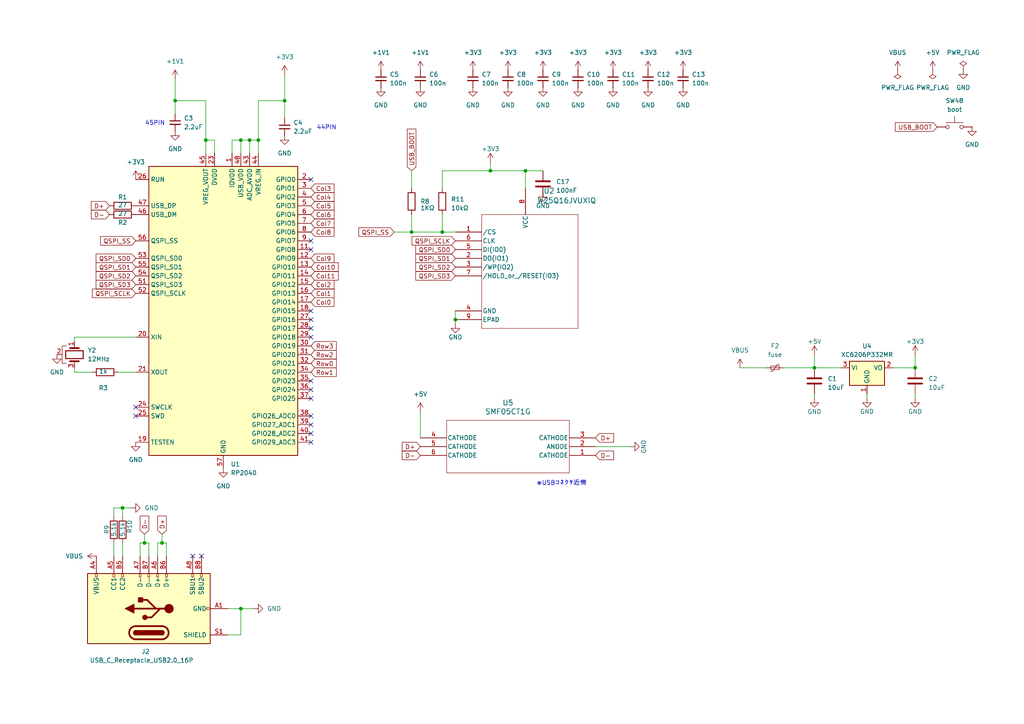
<source format=kicad_sch>
(kicad_sch (version 20250114) (generator "eeschema") (generator_version "9.0")
  (paper "A4")
  (text "45PIN" (at 44.958 35.814 0) (effects (font (size 1.27 1.27))))
  (text "※USBコネクタ近傍" (at 170.18 140.97 0) (effects (font (size 1.27 1.27)) (justify right bottom)))
  (text "44PIN" (at 94.742 37.084 0) (effects (font (size 1.27 1.27))))
  (junction (at 391.16 -5.08))
  (junction (at 332.74 -50.8))
  (junction (at 267.97 -69.85))
  (junction (at 283.21 -43.18))
  (junction (at 311.15 -69.85))
  (junction (at 375.92 -50.8))
  (junction (at 69.85 40.64))
  (junction (at 152.4 49.53))
  (junction (at 337.82 -5.08))
  (junction (at 119.38 67.31))
  (junction (at 224.79 -50.8))
  (junction (at 240.03 -5.08))
  (junction (at 326.39 -43.18))
  (junction (at 419.1 -69.85))
  (junction (at 419.1 -50.8))
  (junction (at 412.75 -43.18))
  (junction (at 265.43 106.68))
  (junction (at 304.8 -43.18))
  (junction (at 203.2 -69.85))
  (junction (at 261.62 -62.23))
  (junction (at 72.39 40.64))
  (junction (at 304.8 -5.08))
  (junction (at 369.57 -62.23))
  (junction (at 304.8 -24.13))
  (junction (at 128.27 67.31))
  (junction (at 132.08 92.71))
  (junction (at 283.21 -62.23))
  (junction (at 347.98 -62.23))
  (junction (at 419.1 -31.75))
  (junction (at 311.15 -31.75))
  (junction (at 261.62 -24.13))
  (junction (at 69.85 176.53))
  (junction (at 240.03 -24.13))
  (junction (at 397.51 -69.85))
  (junction (at 224.79 -31.75))
  (junction (at 397.51 -50.8))
  (junction (at 412.75 -24.13))
  (junction (at 326.39 -24.13))
  (junction (at 434.34 -24.13))
  (junction (at 203.2 -50.8))
  (junction (at 391.16 -24.13))
  (junction (at 375.92 -69.85))
  (junction (at 412.75 -62.23))
  (junction (at 218.44 -43.18))
  (junction (at 82.55 29.21))
  (junction (at 261.62 -43.18))
  (junction (at 354.33 -69.85))
  (junction (at 218.44 -24.13))
  (junction (at 434.34 -62.23))
  (junction (at 246.38 -69.85))
  (junction (at 354.33 -50.8))
  (junction (at 267.97 -31.75))
  (junction (at 59.69 40.64))
  (junction (at 369.57 -24.13))
  (junction (at 326.39 -62.23))
  (junction (at 283.21 -5.08))
  (junction (at 267.97 -50.8))
  (junction (at 142.24 49.53))
  (junction (at 218.44 -5.08))
  (junction (at 289.56 -31.75))
  (junction (at 246.38 -31.75))
  (junction (at 369.57 -5.08))
  (junction (at 246.38 -50.8))
  (junction (at 50.8 29.21))
  (junction (at 391.16 -62.23))
  (junction (at 240.03 -62.23))
  (junction (at 261.62 -5.08))
  (junction (at 347.98 -24.13))
  (junction (at 289.56 -50.8))
  (junction (at 397.51 -31.75))
  (junction (at 41.91 157.48))
  (junction (at 35.56 147.32))
  (junction (at 236.22 106.68))
  (junction (at 434.34 -43.18))
  (junction (at 347.98 -43.18))
  (junction (at 332.74 -69.85))
  (junction (at 434.34 -5.08))
  (junction (at 74.93 40.64))
  (junction (at 46.99 157.48))
  (junction (at 440.69 -31.75))
  (junction (at 283.21 -24.13))
  (junction (at 311.15 -50.8))
  (junction (at 354.33 -31.75))
  (junction (at 289.56 -69.85))
  (junction (at 391.16 -43.18))
  (junction (at 203.2 -31.75))
  (junction (at 440.69 -50.8))
  (junction (at 412.75 -5.08))
  (junction (at 304.8 -62.23))
  (junction (at 375.92 -31.75))
  (junction (at 218.44 -62.23))
  (junction (at 240.03 -43.18))
  (junction (at 224.79 -69.85))
  (junction (at 440.69 -69.85))
  (junction (at 369.57 -43.18))
  (no_connect (at 90.17 92.71))
  (no_connect (at 90.17 69.85))
  (no_connect (at 90.17 90.17))
  (no_connect (at 39.37 118.11))
  (no_connect (at 58.42 161.29))
  (no_connect (at 90.17 95.25))
  (no_connect (at 90.17 110.49))
  (no_connect (at 90.17 97.79))
  (no_connect (at 90.17 52.07))
  (no_connect (at 90.17 115.57))
  (no_connect (at 39.37 120.65))
  (no_connect (at 90.17 113.03))
  (no_connect (at 90.17 123.19))
  (no_connect (at 90.17 125.73))
  (no_connect (at 90.17 128.27))
  (no_connect (at 55.88 161.29))
  (no_connect (at 90.17 72.39))
  (no_connect (at 90.17 120.65))
  (wire (pts (xy 142.24 49.53) (xy 142.24 46.99)))
  (wire (pts (xy 66.04 184.15) (xy 69.85 184.15)))
  (wire (pts (xy 419.1 -69.85) (xy 419.1 -50.8)))
  (wire (pts (xy 114.3 67.31) (xy 119.38 67.31)))
  (wire (pts (xy 326.39 -24.13) (xy 347.98 -24.13)))
  (wire (pts (xy 369.57 -43.18) (xy 391.16 -43.18)))
  (wire (pts (xy 200.66 -24.13) (xy 218.44 -24.13)))
  (wire (pts (xy 246.38 -50.8) (xy 246.38 -31.75)))
  (wire (pts (xy 59.69 44.45) (xy 59.69 40.64)))
  (wire (pts (xy 419.1 -50.8) (xy 419.1 -31.75)))
  (wire (pts (xy 50.8 29.21) (xy 59.69 29.21)))
  (wire (pts (xy 69.85 176.53) (xy 73.66 176.53)))
  (wire (pts (xy 283.21 -62.23) (xy 304.8 -62.23)))
  (wire (pts (xy 265.43 115.57) (xy 265.43 114.3)))
  (wire (pts (xy 41.91 157.48) (xy 41.91 154.94)))
  (wire (pts (xy 132.08 92.71) (xy 132.08 93.98)))
  (wire (pts (xy 240.03 -24.13) (xy 261.62 -24.13)))
  (wire (pts (xy 132.08 90.17) (xy 132.08 92.71)))
  (wire (pts (xy 419.1 -81.28) (xy 419.1 -69.85)))
  (wire (pts (xy 332.74 -81.28) (xy 332.74 -69.85)))
  (wire (pts (xy 59.69 40.64) (xy 59.69 29.21)))
  (wire (pts (xy 236.22 114.3) (xy 236.22 115.57)))
  (wire (pts (xy 218.44 -62.23) (xy 240.03 -62.23)))
  (wire (pts (xy 391.16 -5.08) (xy 412.75 -5.08)))
  (wire (pts (xy 119.38 62.23) (xy 119.38 67.31)))
  (wire (pts (xy 326.39 -43.18) (xy 347.98 -43.18)))
  (wire (pts (xy 35.56 147.32) (xy 38.1 147.32)))
  (wire (pts (xy 203.2 -31.75) (xy 203.2 -12.7)))
  (wire (pts (xy 69.85 40.64) (xy 69.85 44.45)))
  (wire (pts (xy 142.24 49.53) (xy 152.4 49.53)))
  (wire (pts (xy 128.27 62.23) (xy 128.27 67.31)))
  (wire (pts (xy 267.97 -81.28) (xy 267.97 -69.85)))
  (wire (pts (xy 369.57 -62.23) (xy 391.16 -62.23)))
  (wire (pts (xy 67.31 40.64) (xy 67.31 44.45)))
  (wire (pts (xy 283.21 -43.18) (xy 304.8 -43.18)))
  (wire (pts (xy 419.1 -31.75) (xy 419.1 -12.7)))
  (wire (pts (xy 121.92 119.38) (xy 121.92 127)))
  (wire (pts (xy 326.39 -62.23) (xy 347.98 -62.23)))
  (wire (pts (xy 35.56 147.32) (xy 35.56 149.86)))
  (wire (pts (xy 289.56 -31.75) (xy 289.56 -12.7)))
  (wire (pts (xy 69.85 184.15) (xy 69.85 176.53)))
  (wire (pts (xy 218.44 -43.18) (xy 240.03 -43.18)))
  (wire (pts (xy 218.44 -24.13) (xy 240.03 -24.13)))
  (wire (pts (xy 289.56 -69.85) (xy 289.56 -50.8)))
  (wire (pts (xy 434.34 -62.23) (xy 455.93 -62.23)))
  (wire (pts (xy 236.22 106.68) (xy 236.22 102.87)))
  (wire (pts (xy 259.08 106.68) (xy 265.43 106.68)))
  (wire (pts (xy 224.79 -50.8) (xy 224.79 -31.75)))
  (wire (pts (xy 240.03 -5.08) (xy 261.62 -5.08)))
  (wire (pts (xy 218.44 -5.08) (xy 240.03 -5.08)))
  (wire (pts (xy 397.51 -31.75) (xy 397.51 -12.7)))
  (wire (pts (xy 152.4 49.53) (xy 157.48 49.53)))
  (wire (pts (xy 236.22 106.68) (xy 243.84 106.68)))
  (wire (pts (xy 267.97 -31.75) (xy 267.97 -12.7)))
  (wire (pts (xy 354.33 -50.8) (xy 354.33 -31.75)))
  (wire (pts (xy 311.15 -69.85) (xy 311.15 -50.8)))
  (wire (pts (xy 369.57 -24.13) (xy 391.16 -24.13)))
  (wire (pts (xy 62.23 44.45) (xy 62.23 40.64)))
  (wire (pts (xy 50.8 29.21) (xy 50.8 33.02)))
  (wire (pts (xy 412.75 -43.18) (xy 434.34 -43.18)))
  (wire (pts (xy 74.93 40.64) (xy 74.93 44.45)))
  (wire (pts (xy 26.67 107.95) (xy 21.59 107.95)))
  (wire (pts (xy 412.75 -5.08) (xy 434.34 -5.08)))
  (wire (pts (xy 48.26 157.48) (xy 46.99 157.48)))
  (wire (pts (xy 40.64 161.29) (xy 40.64 157.48)))
  (wire (pts (xy 43.18 157.48) (xy 41.91 157.48)))
  (wire (pts (xy 332.74 -50.8) (xy 332.74 -31.75)))
  (wire (pts (xy 246.38 -81.28) (xy 246.38 -69.85)))
  (wire (pts (xy 224.79 -69.85) (xy 224.79 -50.8)))
  (wire (pts (xy 82.55 21.59) (xy 82.55 29.21)))
  (wire (pts (xy 152.4 49.53) (xy 152.4 54.61)))
  (wire (pts (xy 434.34 -43.18) (xy 455.93 -43.18)))
  (wire (pts (xy 21.59 97.79) (xy 21.59 99.06)))
  (wire (pts (xy 251.46 115.57) (xy 251.46 114.3)))
  (wire (pts (xy 347.98 -62.23) (xy 369.57 -62.23)))
  (wire (pts (xy 74.93 40.64) (xy 74.93 29.21)))
  (wire (pts (xy 412.75 -24.13) (xy 434.34 -24.13)))
  (wire (pts (xy 391.16 -62.23) (xy 412.75 -62.23)))
  (wire (pts (xy 434.34 -5.08) (xy 455.93 -5.08)))
  (wire (pts (xy 412.75 -62.23) (xy 434.34 -62.23)))
  (wire (pts (xy 128.27 49.53) (xy 128.27 54.61)))
  (wire (pts (xy 35.56 157.48) (xy 35.56 161.29)))
  (wire (pts (xy 304.8 -43.18) (xy 326.39 -43.18)))
  (wire (pts (xy 45.72 161.29) (xy 45.72 157.48)))
  (wire (pts (xy 261.62 -5.08) (xy 283.21 -5.08)))
  (wire (pts (xy 283.21 -5.08) (xy 304.8 -5.08)))
  (wire (pts (xy 82.55 29.21) (xy 82.55 34.29)))
  (wire (pts (xy 347.98 -24.13) (xy 369.57 -24.13)))
  (wire (pts (xy 203.2 -81.28) (xy 203.2 -69.85)))
  (wire (pts (xy 200.66 -62.23) (xy 218.44 -62.23)))
  (wire (pts (xy 157.48 55.88) (xy 157.48 57.15)))
  (wire (pts (xy 289.56 -81.28) (xy 289.56 -69.85)))
  (wire (pts (xy 354.33 -69.85) (xy 354.33 -50.8)))
  (wire (pts (xy 311.15 -31.75) (xy 311.15 -12.7)))
  (wire (pts (xy 240.03 -43.18) (xy 261.62 -43.18)))
  (wire (pts (xy 224.79 -31.75) (xy 224.79 -12.7)))
  (wire (pts (xy 67.31 40.64) (xy 69.85 40.64)))
  (wire (pts (xy 375.92 -31.75) (xy 375.92 -12.7)))
  (wire (pts (xy 69.85 40.64) (xy 72.39 40.64)))
  (wire (pts (xy 21.59 107.95) (xy 21.59 106.68)))
  (wire (pts (xy 337.82 -5.08) (xy 369.57 -5.08)))
  (wire (pts (xy 200.66 -5.08) (xy 218.44 -5.08)))
  (wire (pts (xy 311.15 -81.28) (xy 311.15 -69.85)))
  (wire (pts (xy 224.79 -81.28) (xy 224.79 -69.85)))
  (wire (pts (xy 397.51 -69.85) (xy 397.51 -50.8)))
  (wire (pts (xy 369.57 -5.08) (xy 391.16 -5.08)))
  (wire (pts (xy 354.33 -31.75) (xy 354.33 -12.7)))
  (wire (pts (xy 397.51 -81.28) (xy 397.51 -69.85)))
  (wire (pts (xy 311.15 -12.7) (xy 322.58 -12.7)))
  (wire (pts (xy 45.72 157.48) (xy 46.99 157.48)))
  (wire (pts (xy 246.38 -69.85) (xy 246.38 -50.8)))
  (wire (pts (xy 48.26 161.29) (xy 48.26 157.48)))
  (wire (pts (xy 40.64 157.48) (xy 41.91 157.48)))
  (wire (pts (xy 304.8 -24.13) (xy 326.39 -24.13)))
  (wire (pts (xy 391.16 -43.18) (xy 412.75 -43.18)))
  (wire (pts (xy 240.03 -62.23) (xy 261.62 -62.23)))
  (wire (pts (xy 267.97 -69.85) (xy 267.97 -50.8)))
  (wire (pts (xy 304.8 -5.08) (xy 337.82 -5.08)))
  (wire (pts (xy 203.2 -69.85) (xy 203.2 -50.8)))
  (wire (pts (xy 33.02 147.32) (xy 35.56 147.32)))
  (wire (pts (xy 182.88 129.54) (xy 172.72 129.54)))
  (wire (pts (xy 397.51 -50.8) (xy 397.51 -31.75)))
  (wire (pts (xy 440.69 -50.8) (xy 440.69 -31.75)))
  (wire (pts (xy 375.92 -69.85) (xy 375.92 -50.8)))
  (wire (pts (xy 33.02 157.48) (xy 33.02 161.29)))
  (wire (pts (xy 74.93 29.21) (xy 82.55 29.21)))
  (wire (pts (xy 261.62 -24.13) (xy 283.21 -24.13)))
  (wire (pts (xy 261.62 -43.18) (xy 283.21 -43.18)))
  (wire (pts (xy 128.27 67.31) (xy 132.08 67.31)))
  (wire (pts (xy 440.69 -69.85) (xy 440.69 -50.8)))
  (wire (pts (xy 347.98 -43.18) (xy 369.57 -43.18)))
  (wire (pts (xy 354.33 -81.28) (xy 354.33 -69.85)))
  (wire (pts (xy 72.39 40.64) (xy 72.39 44.45)))
  (wire (pts (xy 265.43 102.87) (xy 265.43 106.68)))
  (wire (pts (xy 267.97 -50.8) (xy 267.97 -31.75)))
  (wire (pts (xy 50.8 22.86) (xy 50.8 29.21)))
  (wire (pts (xy 203.2 -50.8) (xy 203.2 -31.75)))
  (wire (pts (xy 311.15 -50.8) (xy 311.15 -31.75)))
  (wire (pts (xy 214.63 106.68) (xy 222.25 106.68)))
  (wire (pts (xy 33.02 149.86) (xy 33.02 147.32)))
  (wire (pts (xy 43.18 161.29) (xy 43.18 157.48)))
  (wire (pts (xy 391.16 -24.13) (xy 412.75 -24.13)))
  (wire (pts (xy 375.92 -50.8) (xy 375.92 -31.75)))
  (wire (pts (xy 59.69 40.64) (xy 62.23 40.64)))
  (wire (pts (xy 440.69 -81.28) (xy 440.69 -69.85)))
  (wire (pts (xy 142.24 49.53) (xy 128.27 49.53)))
  (wire (pts (xy 39.37 97.79) (xy 21.59 97.79)))
  (wire (pts (xy 46.99 157.48) (xy 46.99 154.94)))
  (wire (pts (xy 283.21 -24.13) (xy 304.8 -24.13)))
  (wire (pts (xy 434.34 -24.13) (xy 455.93 -24.13)))
  (wire (pts (xy 332.74 -69.85) (xy 332.74 -50.8)))
  (wire (pts (xy 375.92 -81.28) (xy 375.92 -69.85)))
  (wire (pts (xy 304.8 -62.23) (xy 326.39 -62.23)))
  (wire (pts (xy 119.38 49.53) (xy 119.38 54.61)))
  (wire (pts (xy 119.38 67.31) (xy 128.27 67.31)))
  (wire (pts (xy 200.66 -43.18) (xy 218.44 -43.18)))
  (wire (pts (xy 72.39 40.64) (xy 74.93 40.64)))
  (wire (pts (xy 246.38 -31.75) (xy 246.38 -12.7)))
  (wire (pts (xy 289.56 -50.8) (xy 289.56 -31.75)))
  (wire (pts (xy 34.29 107.95) (xy 39.37 107.95)))
  (wire (pts (xy 261.62 -62.23) (xy 283.21 -62.23)))
  (wire (pts (xy 66.04 176.53) (xy 69.85 176.53)))
  (wire (pts (xy 227.33 106.68) (xy 236.22 106.68)))
  (wire (pts (xy 440.69 -31.75) (xy 440.69 -12.7)))
  (global_label "Col3" (shape input) (at 90.17 54.61 0) (property "Intersheetrefs" "${INTERSHEET_REFS}" (effects (hide yes))))
  (global_label "USB_BOOT" (shape input) (at 119.38 49.53 90) (property "Intersheetrefs" "${INTERSHEET_REFS}" (effects (hide yes))))
  (global_label "QSPI_SS" (shape input) (at 114.3 67.31 180) (property "Intersheetrefs" "${INTERSHEET_REFS}" (effects (hide yes))))
  (global_label "Row3" (shape input) (at 200.66 -5.08 180) (property "Intersheetrefs" "${INTERSHEET_REFS}" (effects (hide yes))))
  (global_label "Col5" (shape input) (at 90.17 59.69 0) (property "Intersheetrefs" "${INTERSHEET_REFS}" (effects (hide yes))))
  (global_label "Col6" (shape input) (at 332.74 -81.28 90) (property "Intersheetrefs" "${INTERSHEET_REFS}" (effects (hide yes))))
  (global_label "Col1" (shape input) (at 90.17 85.09 0) (property "Intersheetrefs" "${INTERSHEET_REFS}" (effects (hide yes))))
  (global_label "QSPI_SCLK" (shape input) (at 39.37 85.09 180) (property "Intersheetrefs" "${INTERSHEET_REFS}" (effects (hide yes))))
  (global_label "Col0" (shape input) (at 203.2 -81.28 90) (property "Intersheetrefs" "${INTERSHEET_REFS}" (effects (hide yes))))
  (global_label "QSPI_SD2" (shape input) (at 39.37 80.01 180) (property "Intersheetrefs" "${INTERSHEET_REFS}" (effects (hide yes))))
  (global_label "Row3" (shape input) (at 90.17 100.33 0) (property "Intersheetrefs" "${INTERSHEET_REFS}" (effects (hide yes))))
  (global_label "QSPI_SS" (shape input) (at 39.37 69.85 180) (property "Intersheetrefs" "${INTERSHEET_REFS}" (effects (hide yes))))
  (global_label "Col5" (shape input) (at 311.15 -81.28 90) (property "Intersheetrefs" "${INTERSHEET_REFS}" (effects (hide yes))))
  (global_label "Col0" (shape input) (at 90.17 87.63 0) (property "Intersheetrefs" "${INTERSHEET_REFS}" (effects (hide yes))))
  (global_label "Col3" (shape input) (at 267.97 -81.28 90) (property "Intersheetrefs" "${INTERSHEET_REFS}" (effects (hide yes))))
  (global_label "QSPI_SD0" (shape input) (at 39.37 74.93 180) (property "Intersheetrefs" "${INTERSHEET_REFS}" (effects (hide yes))))
  (global_label "QSPI_SD2" (shape input) (at 132.08 77.47 180) (property "Intersheetrefs" "${INTERSHEET_REFS}" (effects (hide yes))))
  (global_label "Col4" (shape input) (at 289.56 -81.28 90) (property "Intersheetrefs" "${INTERSHEET_REFS}" (effects (hide yes))))
  (global_label "Col10" (shape input) (at 419.1 -81.28 90) (property "Intersheetrefs" "${INTERSHEET_REFS}" (effects (hide yes))))
  (global_label "Col11" (shape input) (at 440.69 -81.28 90) (property "Intersheetrefs" "${INTERSHEET_REFS}" (effects (hide yes))))
  (global_label "Col9" (shape input) (at 397.51 -81.28 90) (property "Intersheetrefs" "${INTERSHEET_REFS}" (effects (hide yes))))
  (global_label "Col9" (shape input) (at 90.17 74.93 0) (property "Intersheetrefs" "${INTERSHEET_REFS}" (effects (hide yes))))
  (global_label "Col10" (shape input) (at 90.17 77.47 0) (property "Intersheetrefs" "${INTERSHEET_REFS}" (effects (hide yes))))
  (global_label "QSPI_SD1" (shape input) (at 132.08 74.93 180) (property "Intersheetrefs" "${INTERSHEET_REFS}" (effects (hide yes))))
  (global_label "D+" (shape input) (at 121.92 129.54 180) (property "Intersheetrefs" "${INTERSHEET_REFS}" (effects (hide yes))))
  (global_label "D+" (shape input) (at 46.99 154.94 90) (property "Intersheetrefs" "${INTERSHEET_REFS}" (effects (hide yes))))
  (global_label "USB_BOOT" (shape input) (at 271.78 36.83 180) (property "Intersheetrefs" "${INTERSHEET_REFS}" (effects (hide yes))))
  (global_label "Col1" (shape input) (at 224.79 -81.28 90) (property "Intersheetrefs" "${INTERSHEET_REFS}" (effects (hide yes))))
  (global_label "Col8" (shape input) (at 375.92 -81.28 90) (property "Intersheetrefs" "${INTERSHEET_REFS}" (effects (hide yes))))
  (global_label "QSPI_SD0" (shape input) (at 132.08 72.39 180) (property "Intersheetrefs" "${INTERSHEET_REFS}" (effects (hide yes))))
  (global_label "QSPI_SD3" (shape input) (at 39.37 82.55 180) (property "Intersheetrefs" "${INTERSHEET_REFS}" (effects (hide yes))))
  (global_label "Col2" (shape input) (at 246.38 -81.28 90) (property "Intersheetrefs" "${INTERSHEET_REFS}" (effects (hide yes))))
  (global_label "D-" (shape input) (at 172.72 132.08 0) (property "Intersheetrefs" "${INTERSHEET_REFS}" (effects (hide yes))))
  (global_label "QSPI_SCLK" (shape input) (at 132.08 69.85 180) (property "Intersheetrefs" "${INTERSHEET_REFS}" (effects (hide yes))))
  (global_label "Row0" (shape input) (at 200.66 -62.23 180) (property "Intersheetrefs" "${INTERSHEET_REFS}" (effects (hide yes))))
  (global_label "QSPI_SD3" (shape input) (at 132.08 80.01 180) (property "Intersheetrefs" "${INTERSHEET_REFS}" (effects (hide yes))))
  (global_label "Col4" (shape input) (at 90.17 57.15 0) (property "Intersheetrefs" "${INTERSHEET_REFS}" (effects (hide yes))))
  (global_label "D-" (shape input) (at 31.75 62.23 180) (property "Intersheetrefs" "${INTERSHEET_REFS}" (effects (hide yes))))
  (global_label "Col8" (shape input) (at 90.17 67.31 0) (property "Intersheetrefs" "${INTERSHEET_REFS}" (effects (hide yes))))
  (global_label "Col2" (shape input) (at 90.17 82.55 0) (property "Intersheetrefs" "${INTERSHEET_REFS}" (effects (hide yes))))
  (global_label "D+" (shape input) (at 172.72 127 0) (property "Intersheetrefs" "${INTERSHEET_REFS}" (effects (hide yes))))
  (global_label "Col7" (shape input) (at 90.17 64.77 0) (property "Intersheetrefs" "${INTERSHEET_REFS}" (effects (hide yes))))
  (global_label "QSPI_SD1" (shape input) (at 39.37 77.47 180) (property "Intersheetrefs" "${INTERSHEET_REFS}" (effects (hide yes))))
  (global_label "Col6" (shape input) (at 90.17 62.23 0) (property "Intersheetrefs" "${INTERSHEET_REFS}" (effects (hide yes))))
  (global_label "Row0" (shape input) (at 90.17 105.41 0) (property "Intersheetrefs" "${INTERSHEET_REFS}" (effects (hide yes))))
  (global_label "D-" (shape input) (at 121.92 132.08 180) (property "Intersheetrefs" "${INTERSHEET_REFS}" (effects (hide yes))))
  (global_label "Col11" (shape input) (at 90.17 80.01 0) (property "Intersheetrefs" "${INTERSHEET_REFS}" (effects (hide yes))))
  (global_label "Row2" (shape input) (at 200.66 -24.13 180) (property "Intersheetrefs" "${INTERSHEET_REFS}" (effects (hide yes))))
  (global_label "Col7" (shape input) (at 354.33 -81.28 90) (property "Intersheetrefs" "${INTERSHEET_REFS}" (effects (hide yes))))
  (global_label "Row1" (shape input) (at 90.17 107.95 0) (property "Intersheetrefs" "${INTERSHEET_REFS}" (effects (hide yes))))
  (global_label "D-" (shape input) (at 41.91 154.94 90) (property "Intersheetrefs" "${INTERSHEET_REFS}" (effects (hide yes))))
  (global_label "Row2" (shape input) (at 90.17 102.87 0) (property "Intersheetrefs" "${INTERSHEET_REFS}" (effects (hide yes))))
  (global_label "Row1" (shape input) (at 200.66 -43.18 180) (property "Intersheetrefs" "${INTERSHEET_REFS}" (effects (hide yes))))
  (global_label "D+" (shape input) (at 31.75 59.69 180) (property "Intersheetrefs" "${INTERSHEET_REFS}" (effects (hide yes))))
  (symbol (lib_id "kbd:SW_PUSH") (at 448.31 -12.7 0) (unit 1)
    (property "Reference" "SW47" (at 448.31 -20.32 0))
    (property "Value" "SW_PUSH" (at 448.31 -17.78 0))
    (property "Footprint" "kbd_SW:Choc_v2_Hotswap_1u" (at 448.31 -12.7 0))
  )
  (symbol (lib_name "C_Small_1") (lib_id "Device:C_Small") (at 187.96 22.86 0) (unit 1)
    (property "Reference" "C12" (at 190.5 21.5962 0) (effects (justify left)))
    (property "Value" "100n" (at 190.5 24.1362 0) (effects (justify left)))
    (property "Footprint" "Capacitor_SMD:C_0402_1005Metric" (effects (hide yes)))
    (property "Description" "Unpolarized capacitor, small symbol" (effects (hide yes)))
  )
  (symbol (lib_id "kbd:SW_PUSH") (at 254 -31.75 0) (unit 1)
    (property "Reference" "SW27" (at 254 -39.37 0))
    (property "Value" "SW_PUSH" (at 254 -36.83 0))
    (property "Footprint" "kbd_SW:Choc_v2_Hotswap_1u" (at 254 -31.75 0))
  )
  (symbol (lib_id "Device:D") (at 391.16 -27.94 90) (unit 1)
    (property "Reference" "D33" (at 393.7 -29.2101 90) (effects (justify right)))
    (property "Value" "D" (at 393.7 -26.6701 90) (effects (justify right)))
    (property "Footprint" "kbd_Parts:Diode_TH_SMD" (effects (hide yes)))
    (property "Description" "Diode" (effects (hide yes)))
    (property "Sim.Device" "D" (effects (hide yes)))
    (property "Sim.Pins" "1=K 2=A" (effects (hide yes)))
  )
  (symbol (lib_id "Device:D") (at 369.57 -27.94 90) (unit 1)
    (property "Reference" "D32" (at 372.11 -29.2101 90) (effects (justify right)))
    (property "Value" "D" (at 372.11 -26.6701 90) (effects (justify right)))
    (property "Footprint" "kbd_Parts:Diode_TH_SMD" (effects (hide yes)))
    (property "Description" "Diode" (effects (hide yes)))
    (property "Sim.Device" "D" (effects (hide yes)))
    (property "Sim.Pins" "1=K 2=A" (effects (hide yes)))
  )
  (symbol (lib_name "C_Small_1") (lib_id "Device:C_Small") (at 167.64 22.86 0) (unit 1)
    (property "Reference" "C10" (at 170.18 21.5962 0) (effects (justify left)))
    (property "Value" "100n" (at 170.18 24.1362 0) (effects (justify left)))
    (property "Footprint" "Capacitor_SMD:C_0402_1005Metric" (effects (hide yes)))
    (property "Description" "Unpolarized capacitor, small symbol" (effects (hide yes)))
  )
  (symbol (lib_id "kbd:SW_PUSH") (at 405.13 -69.85 0) (unit 1)
    (property "Reference" "SW10" (at 405.13 -77.47 0))
    (property "Value" "SW_PUSH" (at 405.13 -74.93 0))
    (property "Footprint" "kbd_SW:Choc_v2_Hotswap_1u" (at 405.13 -69.85 0))
  )
  (symbol (lib_id "Device:D") (at 283.21 -8.89 90) (unit 1)
    (property "Reference" "D40" (at 285.75 -10.1601 90) (effects (justify right)))
    (property "Value" "D" (at 285.75 -7.6201 90) (effects (justify right)))
    (property "Footprint" "kbd_Parts:Diode_TH_SMD" (effects (hide yes)))
    (property "Description" "Diode" (effects (hide yes)))
    (property "Sim.Device" "D" (effects (hide yes)))
    (property "Sim.Pins" "1=K 2=A" (effects (hide yes)))
  )
  (symbol (lib_id "Device:D") (at 218.44 -46.99 90) (unit 1)
    (property "Reference" "D13" (at 220.98 -48.2601 90) (effects (justify right)))
    (property "Value" "D" (at 220.98 -45.7201 90) (effects (justify right)))
    (property "Footprint" "kbd_Parts:Diode_TH_SMD" (effects (hide yes)))
    (property "Description" "Diode" (effects (hide yes)))
    (property "Sim.Device" "D" (effects (hide yes)))
    (property "Sim.Pins" "1=K 2=A" (effects (hide yes)))
  )
  (symbol (lib_id "Device:D") (at 434.34 -66.04 90) (unit 1)
    (property "Reference" "D11" (at 436.88 -67.3101 90) (effects (justify right)))
    (property "Value" "D" (at 436.88 -64.7701 90) (effects (justify right)))
    (property "Footprint" "kbd_Parts:Diode_TH_SMD" (effects (hide yes)))
    (property "Description" "Diode" (effects (hide yes)))
    (property "Sim.Device" "D" (effects (hide yes)))
    (property "Sim.Pins" "1=K 2=A" (effects (hide yes)))
  )
  (symbol (lib_id "Device:R") (at 35.56 153.67 0) (unit 1)
    (property "Reference" "R10" (at 37.592 154.686 90) (effects (justify left)))
    (property "Value" "5.1k" (at 35.56 155.702 90) (effects (justify left)))
    (property "Footprint" "Resistor_SMD:R_0402_1005Metric" (effects (hide yes)))
    (property "Description" "Resistor" (effects (hide yes)))
  )
  (symbol (lib_id "kbd:SW_PUSH") (at 426.72 -69.85 0) (unit 1)
    (property "Reference" "SW11" (at 426.72 -77.47 0))
    (property "Value" "SW_PUSH" (at 426.72 -74.93 0))
    (property "Footprint" "kbd_SW:Choc_v2_Hotswap_1u" (at 426.72 -69.85 0))
  )
  (symbol (lib_id "power:GND") (at 182.88 129.54 90) (unit 1)
    (property "Reference" "#PWR054" (effects (hide yes)))
    (property "Value" "GND" (at 186.69 129.54 0))
  )
  (symbol (lib_id "Device:D") (at 455.93 -66.04 90) (unit 1)
    (property "Reference" "D12" (at 458.47 -67.3101 90) (effects (justify right)))
    (property "Value" "D" (at 458.47 -64.7701 90) (effects (justify right)))
    (property "Footprint" "kbd_Parts:Diode_TH_SMD" (effects (hide yes)))
    (property "Description" "Diode" (effects (hide yes)))
    (property "Sim.Device" "D" (effects (hide yes)))
    (property "Sim.Pins" "1=K 2=A" (effects (hide yes)))
  )
  (symbol (lib_id "MCU_RaspberryPi:RP2040") (at 64.77 90.17 0) (unit 1)
    (property "Reference" "U1" (at 66.9133 134.62 0) (effects (justify left)))
    (property "Value" "RP2040" (at 66.9133 137.16 0) (effects (justify left)))
    (property "Footprint" "Package_DFN_QFN:QFN-56-1EP_7x7mm_P0.4mm_EP3.2x3.2mm" (effects (hide yes)))
    (property "Datasheet" "https://datasheets.raspberrypi.com/rp2040/rp2040-datasheet.pdf" (effects (hide yes)))
    (property "Description" "A microcontroller by Raspberry Pi" (effects (hide yes)))
  )
  (symbol (lib_id "power:GND") (at 281.94 36.83 0) (unit 1)
    (property "Reference" "#PWR05" (effects (hide yes)))
    (property "Value" "GND" (at 281.94 41.91 0))
    (property "Description" "Power symbol creates a global label with name \"GND\" , ground" (effects (hide yes)))
  )
  (symbol (lib_id "power:+1V1") (at 121.92 20.32 0) (unit 1)
    (property "Reference" "#PWR018" (effects (hide yes)))
    (property "Value" "+1V1" (at 121.92 15.24 0))
    (property "Description" "Power symbol creates a global label with name \"+1V1\"" (effects (hide yes)))
  )
  (symbol (lib_id "power:GND") (at 16.51 102.87 0) (unit 1)
    (property "Reference" "#PWR010" (effects (hide yes)))
    (property "Value" "GND" (at 16.51 107.95 0))
    (property "Description" "Power symbol creates a global label with name \"GND\" , ground" (effects (hide yes)))
  )
  (symbol (lib_id "Device:Polyfuse_Small") (at 224.79 106.68 90) (unit 1)
    (property "Reference" "F2" (at 224.79 100.33 90))
    (property "Value" "fuse" (at 224.79 102.87 90))
    (property "Footprint" "Fuse:Fuse_1206_3216Metric" (effects (hide yes)))
    (property "Description" "C70076" (effects (hide yes)))
  )
  (symbol (lib_id "Device:D") (at 283.21 -46.99 90) (unit 1)
    (property "Reference" "D16" (at 285.75 -48.2601 90) (effects (justify right)))
    (property "Value" "D" (at 285.75 -45.7201 90) (effects (justify right)))
    (property "Footprint" "kbd_Parts:Diode_TH_SMD" (effects (hide yes)))
    (property "Description" "Diode" (effects (hide yes)))
    (property "Sim.Device" "D" (effects (hide yes)))
    (property "Sim.Pins" "1=K 2=A" (effects (hide yes)))
  )
  (symbol (lib_id "kbd:SW_PUSH") (at 405.13 -50.8 0) (unit 1)
    (property "Reference" "SW22" (at 405.13 -58.42 0))
    (property "Value" "SW_PUSH" (at 405.13 -55.88 0))
    (property "Footprint" "kbd_SW:Choc_v2_Hotswap_1u" (at 405.13 -50.8 0))
  )
  (symbol (lib_id "power:+3V3") (at 147.32 20.32 0) (unit 1)
    (property "Reference" "#PWR022" (effects (hide yes)))
    (property "Value" "+3V3" (at 147.32 15.24 0))
    (property "Description" "Power symbol creates a global label with name \"+3V3\"" (effects (hide yes)))
  )
  (symbol (lib_id "Device:C") (at 265.43 110.49 0) (unit 1)
    (property "Reference" "C2" (at 269.24 109.855 0) (effects (justify left)))
    (property "Value" "10uF" (at 269.24 112.395 0) (effects (justify left)))
    (property "Footprint" "Capacitor_SMD:C_0402_1005Metric" (effects (hide yes)))
    (property "JLCPCB Part #" "C15525" (effects (hide yes)))
  )
  (symbol (lib_id "kbd:SW_PUSH") (at 297.18 -69.85 0) (unit 1)
    (property "Reference" "SW5" (at 297.18 -77.47 0))
    (property "Value" "SW_PUSH" (at 297.18 -74.93 0))
    (property "Footprint" "kbd_SW:Choc_v2_Hotswap_1u" (at 297.18 -69.85 0))
  )
  (symbol (lib_id "kbd:SW_PUSH") (at 297.18 -50.8 0) (unit 1)
    (property "Reference" "SW17" (at 297.18 -58.42 0))
    (property "Value" "SW_PUSH" (at 297.18 -55.88 0))
    (property "Footprint" "kbd_SW:Choc_v2_Hotswap_1u" (at 297.18 -50.8 0))
  )
  (symbol (lib_id "power:VBUS") (at 27.94 161.29 90) (unit 1)
    (property "Reference" "#PWR048" (effects (hide yes)))
    (property "Value" "VBUS" (at 24.13 161.2899 90) (effects (justify left)))
    (property "Description" "Power symbol creates a global label with name \"VBUS\"" (effects (hide yes)))
  )
  (symbol (lib_id "Device:R") (at 119.38 58.42 180) (unit 1)
    (property "Reference" "R8" (at 121.92 58.4199 0) (effects (justify right)))
    (property "Value" "1KΩ" (at 121.92 60.325 0) (effects (justify right)))
    (property "Footprint" "Resistor_SMD:R_0402_1005Metric" (effects (hide yes)))
    (property "JLCPCB Part #" "C11702" (effects (hide yes)))
  )
  (symbol (lib_id "Device:D") (at 434.34 -8.89 90) (unit 1)
    (property "Reference" "D46" (at 436.88 -10.1601 90) (effects (justify right)))
    (property "Value" "D" (at 436.88 -7.6201 90) (effects (justify right)))
    (property "Footprint" "kbd_Parts:Diode_TH_SMD" (effects (hide yes)))
    (property "Description" "Diode" (effects (hide yes)))
    (property "Sim.Device" "D" (effects (hide yes)))
    (property "Sim.Pins" "1=K 2=A" (effects (hide yes)))
  )
  (symbol (lib_id "power:GND") (at 137.16 25.4 0) (unit 1)
    (property "Reference" "#PWR021" (effects (hide yes)))
    (property "Value" "GND" (at 137.16 30.48 0))
    (property "Description" "Power symbol creates a global label with name \"GND\" , ground" (effects (hide yes)))
  )
  (symbol (lib_id "Device:D") (at 412.75 -66.04 90) (unit 1)
    (property "Reference" "D10" (at 415.29 -67.3101 90) (effects (justify right)))
    (property "Value" "D" (at 415.29 -64.7701 90) (effects (justify right)))
    (property "Footprint" "kbd_Parts:Diode_TH_SMD" (effects (hide yes)))
    (property "Description" "Diode" (effects (hide yes)))
    (property "Sim.Device" "D" (effects (hide yes)))
    (property "Sim.Pins" "1=K 2=A" (effects (hide yes)))
  )
  (symbol (lib_id "Device:D") (at 337.82 -8.89 90) (unit 1)
    (property "Reference" "D42" (at 340.36 -10.1601 90) (effects (justify right)))
    (property "Value" "D" (at 340.36 -7.6201 90) (effects (justify right)))
    (property "Footprint" "kbd_Parts:Diode_TH_SMD" (effects (hide yes)))
    (property "Description" "Diode" (effects (hide yes)))
    (property "Sim.Device" "D" (effects (hide yes)))
    (property "Sim.Pins" "1=K 2=A" (effects (hide yes)))
  )
  (symbol (lib_id "Device:D") (at 261.62 -27.94 90) (unit 1)
    (property "Reference" "D27" (at 264.16 -29.2101 90) (effects (justify right)))
    (property "Value" "D" (at 264.16 -26.6701 90) (effects (justify right)))
    (property "Footprint" "kbd_Parts:Diode_TH_SMD" (effects (hide yes)))
    (property "Description" "Diode" (effects (hide yes)))
    (property "Sim.Device" "D" (effects (hide yes)))
    (property "Sim.Pins" "1=K 2=A" (effects (hide yes)))
  )
  (symbol (lib_id "kbd:SW_PUSH") (at 361.95 -12.7 0) (unit 1)
    (property "Reference" "SW43" (at 361.95 -20.32 0))
    (property "Value" "SW_PUSH" (at 361.95 -17.78 0))
    (property "Footprint" "kbd_SW:Choc_v2_Hotswap_1u" (at 361.95 -12.7 0))
  )
  (symbol (lib_id "Device:D") (at 240.03 -66.04 90) (unit 1)
    (property "Reference" "D2" (at 242.57 -67.3101 90) (effects (justify right)))
    (property "Value" "D" (at 242.57 -64.7701 90) (effects (justify right)))
    (property "Footprint" "kbd_Parts:Diode_TH_SMD" (effects (hide yes)))
    (property "Description" "Diode" (effects (hide yes)))
    (property "Sim.Device" "D" (effects (hide yes)))
    (property "Sim.Pins" "1=K 2=A" (effects (hide yes)))
  )
  (symbol (lib_id "kbd:SW_PUSH") (at 383.54 -69.85 0) (unit 1)
    (property "Reference" "SW9" (at 383.54 -77.47 0))
    (property "Value" "SW_PUSH" (at 383.54 -74.93 0))
    (property "Footprint" "kbd_SW:Choc_v2_Hotswap_1u" (at 383.54 -69.85 0))
  )
  (symbol (lib_id "Device:D") (at 240.03 -8.89 90) (unit 1)
    (property "Reference" "D38" (at 242.57 -10.1601 90) (effects (justify right)))
    (property "Value" "D" (at 242.57 -7.6201 90) (effects (justify right)))
    (property "Footprint" "kbd_Parts:Diode_TH_SMD" (effects (hide yes)))
    (property "Description" "Diode" (effects (hide yes)))
    (property "Sim.Device" "D" (effects (hide yes)))
    (property "Sim.Pins" "1=K 2=A" (effects (hide yes)))
  )
  (symbol (lib_id "power:GND") (at 157.48 55.88 0) (unit 1)
    (property "Reference" "#PWR047" (effects (hide yes)))
    (property "Value" "GND" (at 157.48 59.69 0))
  )
  (symbol (lib_id "Switch:SW_Push") (at 276.86 36.83 0) (unit 1)
    (property "Reference" "SW48" (at 276.86 29.21 0))
    (property "Value" "boot" (at 276.86 31.75 0))
    (property "Footprint" "Button_Switch_SMD:SW_Push_1P1T_XKB_TS-1187A" (effects (hide yes)))
    (property "Description" "Push button switch, generic, two pins" (effects (hide yes)))
  )
  (symbol (lib_id "kbd:SW_PUSH") (at 426.72 -12.7 0) (unit 1)
    (property "Reference" "SW46" (at 426.72 -20.32 0))
    (property "Value" "SW_PUSH" (at 426.72 -17.78 0))
    (property "Footprint" "kbd_SW:Choc_v2_Hotswap_1u" (at 426.72 -12.7 0))
  )
  (symbol (lib_name "C_Small_1") (lib_id "Device:C_Small") (at 137.16 22.86 0) (unit 1)
    (property "Reference" "C7" (at 139.7 21.5962 0) (effects (justify left)))
    (property "Value" "100n" (at 139.7 24.1362 0) (effects (justify left)))
    (property "Footprint" "Capacitor_SMD:C_0402_1005Metric" (effects (hide yes)))
    (property "Description" "Unpolarized capacitor, small symbol" (effects (hide yes)))
  )
  (symbol (lib_id "kbd:SW_PUSH") (at 383.54 -12.7 0) (unit 1)
    (property "Reference" "SW44" (at 383.54 -20.32 0))
    (property "Value" "SW_PUSH" (at 383.54 -17.78 0))
    (property "Footprint" "kbd_SW:Choc_v2_Hotswap_1u" (at 383.54 -12.7 0))
  )
  (symbol (lib_id "Device:Crystal_GND2") (at 21.59 102.87 270) (unit 1)
    (property "Reference" "Y2" (at 25.4 101.5999 90) (effects (justify left)))
    (property "Value" "12MHz" (at 25.4 104.1399 90) (effects (justify left)))
    (property "Footprint" "Crystal:Resonator_SMD_Murata_CSTxExxV-3Pin_3.0x1.1mm" (effects (hide yes)))
    (property "Description" "Three pin crystal, GND on pin 2" (effects (hide yes)))
    (property "JLCPCB Part #" "JLCPCB Part #" (effects (hide yes)))
  )
  (symbol (lib_id "kbd:SW_PUSH") (at 340.36 -31.75 0) (unit 1)
    (property "Reference" "SW31" (at 340.36 -39.37 0))
    (property "Value" "SW_PUSH" (at 340.36 -36.83 0))
    (property "Footprint" "kbd_SW:Choc_v2_Hotswap_1u" (at 340.36 -31.75 0))
  )
  (symbol (lib_id "Device:D") (at 240.03 -46.99 90) (unit 1)
    (property "Reference" "D14" (at 242.57 -48.2601 90) (effects (justify right)))
    (property "Value" "D" (at 242.57 -45.7201 90) (effects (justify right)))
    (property "Footprint" "kbd_Parts:Diode_TH_SMD" (effects (hide yes)))
    (property "Description" "Diode" (effects (hide yes)))
    (property "Sim.Device" "D" (effects (hide yes)))
    (property "Sim.Pins" "1=K 2=A" (effects (hide yes)))
  )
  (symbol (lib_id "Device:D") (at 283.21 -66.04 90) (unit 1)
    (property "Reference" "D4" (at 285.75 -67.3101 90) (effects (justify right)))
    (property "Value" "D" (at 285.75 -64.7701 90) (effects (justify right)))
    (property "Footprint" "kbd_Parts:Diode_TH_SMD" (effects (hide yes)))
    (property "Description" "Diode" (effects (hide yes)))
    (property "Sim.Device" "D" (effects (hide yes)))
    (property "Sim.Pins" "1=K 2=A" (effects (hide yes)))
  )
  (symbol (lib_id "kbd:SW_PUSH") (at 254 -12.7 0) (unit 1)
    (property "Reference" "SW39" (at 254 -20.32 0))
    (property "Value" "SW_PUSH" (at 254 -17.78 0))
    (property "Footprint" "kbd_SW:Choc_v2_Hotswap_1u" (at 254 -12.7 0))
  )
  (symbol (lib_id "power:+3V3") (at 177.8 20.32 0) (unit 1)
    (property "Reference" "#PWR028" (effects (hide yes)))
    (property "Value" "+3V3" (at 177.8 15.24 0))
    (property "Description" "Power symbol creates a global label with name \"+3V3\"" (effects (hide yes)))
  )
  (symbol (lib_id "kbd:SW_PUSH") (at 210.82 -69.85 0) (unit 1)
    (property "Reference" "SW1" (at 210.82 -77.47 0))
    (property "Value" "SW_PUSH" (at 210.82 -74.93 0))
    (property "Footprint" "kbd_SW:Choc_v2_Hotswap_1u" (at 210.82 -69.85 0))
  )
  (symbol (lib_id "Device:D") (at 218.44 -66.04 90) (unit 1)
    (property "Reference" "D1" (at 220.98 -67.3101 90) (effects (justify right)))
    (property "Value" "D" (at 220.98 -64.7701 90) (effects (justify right)))
    (property "Footprint" "kbd_Parts:Diode_TH_SMD" (effects (hide yes)))
    (property "Description" "Diode" (effects (hide yes)))
    (property "Sim.Device" "D" (effects (hide yes)))
    (property "Sim.Pins" "1=K 2=A" (effects (hide yes)))
  )
  (symbol (lib_id "power:+5V") (at 270.51 20.32 0) (unit 1)
    (property "Reference" "#PWR02" (effects (hide yes)))
    (property "Value" "+5V" (at 270.51 15.24 0))
    (property "Description" "Power symbol creates a global label with name \"+5V\"" (effects (hide yes)))
  )
  (symbol (lib_id "kbd:SW_PUSH") (at 275.59 -12.7 0) (unit 1)
    (property "Reference" "SW40" (at 275.59 -20.32 0))
    (property "Value" "SW_PUSH" (at 275.59 -17.78 0))
    (property "Footprint" "kbd_SW:Choc_v2_Hotswap_1u" (at 275.59 -12.7 0))
  )
  (symbol (lib_id "Device:R") (at 35.56 62.23 90) (unit 1)
    (property "Reference" "R2" (at 35.56 64.516 90))
    (property "Value" "27" (at 35.56 61.976 90))
    (property "Footprint" "Resistor_SMD:R_0402_1005Metric" (effects (hide yes)))
    (property "Description" "Resistor" (effects (hide yes)))
  )
  (symbol (lib_id "Device:D") (at 347.98 -46.99 90) (unit 1)
    (property "Reference" "D19" (at 350.52 -48.2601 90) (effects (justify right)))
    (property "Value" "D" (at 350.52 -45.7201 90) (effects (justify right)))
    (property "Footprint" "kbd_Parts:Diode_TH_SMD" (effects (hide yes)))
    (property "Description" "Diode" (effects (hide yes)))
    (property "Sim.Device" "D" (effects (hide yes)))
    (property "Sim.Pins" "1=K 2=A" (effects (hide yes)))
  )
  (symbol (lib_id "kbd:SW_PUSH") (at 340.36 -69.85 0) (unit 1)
    (property "Reference" "SW7" (at 340.36 -77.47 0))
    (property "Value" "SW_PUSH" (at 340.36 -74.93 0))
    (property "Footprint" "kbd_SW:Choc_v2_Hotswap_1u" (at 340.36 -69.85 0))
  )
  (symbol (lib_id "power:GND") (at 147.32 25.4 0) (unit 1)
    (property "Reference" "#PWR023" (effects (hide yes)))
    (property "Value" "GND" (at 147.32 30.48 0))
    (property "Description" "Power symbol creates a global label with name \"GND\" , ground" (effects (hide yes)))
  )
  (symbol (lib_id "power:GND") (at 251.46 115.57 0) (unit 1)
    (property "Reference" "#PWR015" (effects (hide yes)))
    (property "Value" "GND" (at 251.46 119.38 0))
  )
  (symbol (lib_id "kbd:SW_PUSH") (at 232.41 -12.7 0) (unit 1)
    (property "Reference" "SW38" (at 232.41 -20.32 0))
    (property "Value" "SW_PUSH" (at 232.41 -17.78 0))
    (property "Footprint" "kbd_SW:Choc_v2_Hotswap_1u" (at 232.41 -12.7 0))
  )
  (symbol (lib_id "power:GND") (at 157.48 25.4 0) (unit 1)
    (property "Reference" "#PWR025" (effects (hide yes)))
    (property "Value" "GND" (at 157.48 30.48 0))
    (property "Description" "Power symbol creates a global label with name \"GND\" , ground" (effects (hide yes)))
  )
  (symbol (lib_id "power:+1V1") (at 110.49 20.32 0) (unit 1)
    (property "Reference" "#PWR016" (effects (hide yes)))
    (property "Value" "+1V1" (at 110.49 15.24 0))
    (property "Description" "Power symbol creates a global label with name \"+1V1\"" (effects (hide yes)))
  )
  (symbol (lib_id "kbd:SW_PUSH") (at 448.31 -50.8 0) (unit 1)
    (property "Reference" "SW24" (at 448.31 -58.42 0))
    (property "Value" "SW_PUSH" (at 448.31 -55.88 0))
    (property "Footprint" "kbd_SW:Choc_v2_Hotswap_1u" (at 448.31 -50.8 0))
  )
  (symbol (lib_id "Device:D") (at 218.44 -8.89 90) (unit 1)
    (property "Reference" "D37" (at 220.98 -10.1601 90) (effects (justify right)))
    (property "Value" "D" (at 220.98 -7.6201 90) (effects (justify right)))
    (property "Footprint" "kbd_Parts:Diode_TH_SMD" (effects (hide yes)))
    (property "Description" "Diode" (effects (hide yes)))
    (property "Sim.Device" "D" (effects (hide yes)))
    (property "Sim.Pins" "1=K 2=A" (effects (hide yes)))
  )
  (symbol (lib_id "Device:D") (at 347.98 -66.04 90) (unit 1)
    (property "Reference" "D7" (at 350.52 -67.3101 90) (effects (justify right)))
    (property "Value" "D" (at 350.52 -64.7701 90) (effects (justify right)))
    (property "Footprint" "kbd_Parts:Diode_TH_SMD" (effects (hide yes)))
    (property "Description" "Diode" (effects (hide yes)))
    (property "Sim.Device" "D" (effects (hide yes)))
    (property "Sim.Pins" "1=K 2=A" (effects (hide yes)))
  )
  (symbol (lib_id "kbd:SW_PUSH") (at 254 -50.8 0) (unit 1)
    (property "Reference" "SW15" (at 254 -58.42 0))
    (property "Value" "SW_PUSH" (at 254 -55.88 0))
    (property "Footprint" "kbd_SW:Choc_v2_Hotswap_1u" (at 254 -50.8 0))
  )
  (symbol (lib_id "Device:D") (at 304.8 -8.89 90) (unit 1)
    (property "Reference" "D41" (at 307.34 -10.1601 90) (effects (justify right)))
    (property "Value" "D" (at 307.34 -7.6201 90) (effects (justify right)))
    (property "Footprint" "kbd_Parts:Diode_TH_SMD" (effects (hide yes)))
    (property "Description" "Diode" (effects (hide yes)))
    (property "Sim.Device" "D" (effects (hide yes)))
    (property "Sim.Pins" "1=K 2=A" (effects (hide yes)))
  )
  (symbol (lib_id "kbd:SW_PUSH") (at 318.77 -31.75 0) (unit 1)
    (property "Reference" "SW30" (at 318.77 -39.37 0))
    (property "Value" "SW_PUSH" (at 318.77 -36.83 0))
    (property "Footprint" "kbd_SW:Choc_v2_Hotswap_1u" (at 318.77 -31.75 0))
  )
  (symbol (lib_id "Device:D") (at 261.62 -8.89 90) (unit 1)
    (property "Reference" "D39" (at 264.16 -10.1601 90) (effects (justify right)))
    (property "Value" "D" (at 264.16 -7.6201 90) (effects (justify right)))
    (property "Footprint" "kbd_Parts:Diode_TH_SMD" (effects (hide yes)))
    (property "Description" "Diode" (effects (hide yes)))
    (property "Sim.Device" "D" (effects (hide yes)))
    (property "Sim.Pins" "1=K 2=A" (effects (hide yes)))
  )
  (symbol (lib_id "Device:R") (at 128.27 58.42 180) (unit 1)
    (property "Reference" "R11" (at 130.81 57.785 0) (effects (justify right)))
    (property "Value" "10kΩ" (at 130.81 60.325 0) (effects (justify right)))
    (property "Footprint" "Resistor_SMD:R_0402_1005Metric" (effects (hide yes)))
    (property "JLCPCB Part #" "C25744" (effects (hide yes)))
  )
  (symbol (lib_id "Device:D") (at 261.62 -66.04 90) (unit 1)
    (property "Reference" "D3" (at 264.16 -67.3101 90) (effects (justify right)))
    (property "Value" "D" (at 264.16 -64.7701 90) (effects (justify right)))
    (property "Footprint" "kbd_Parts:Diode_TH_SMD" (effects (hide yes)))
    (property "Description" "Diode" (effects (hide yes)))
    (property "Sim.Device" "D" (effects (hide yes)))
    (property "Sim.Pins" "1=K 2=A" (effects (hide yes)))
  )
  (symbol (lib_id "kbd:SW_PUSH") (at 361.95 -50.8 0) (unit 1)
    (property "Reference" "SW20" (at 361.95 -58.42 0))
    (property "Value" "SW_PUSH" (at 361.95 -55.88 0))
    (property "Footprint" "kbd_SW:Choc_v2_Hotswap_1u" (at 361.95 -50.8 0))
  )
  (symbol (lib_id "Device:C_Small") (at 82.55 36.83 0) (unit 1)
    (property "Reference" "C4" (at 85.09 35.5662 0) (effects (justify left)))
    (property "Value" "2.2uF" (at 85.09 38.1062 0) (effects (justify left)))
    (property "Footprint" "Capacitor_SMD:C_0402_1005Metric" (effects (hide yes)))
    (property "Description" "Unpolarized capacitor, small symbol" (effects (hide yes)))
  )
  (symbol (lib_id "Device:D") (at 326.39 -66.04 90) (unit 1)
    (property "Reference" "D6" (at 328.93 -67.3101 90) (effects (justify right)))
    (property "Value" "D" (at 328.93 -64.7701 90) (effects (justify right)))
    (property "Footprint" "kbd_Parts:Diode_TH_SMD" (effects (hide yes)))
    (property "Description" "Diode" (effects (hide yes)))
    (property "Sim.Device" "D" (effects (hide yes)))
    (property "Sim.Pins" "1=K 2=A" (effects (hide yes)))
  )
  (symbol (lib_id "Device:D") (at 304.8 -46.99 90) (unit 1)
    (property "Reference" "D17" (at 307.34 -48.2601 90) (effects (justify right)))
    (property "Value" "D" (at 307.34 -45.7201 90) (effects (justify right)))
    (property "Footprint" "kbd_Parts:Diode_TH_SMD" (effects (hide yes)))
    (property "Description" "Diode" (effects (hide yes)))
    (property "Sim.Device" "D" (effects (hide yes)))
    (property "Sim.Pins" "1=K 2=A" (effects (hide yes)))
  )
  (symbol (lib_id "power:GND") (at 38.1 147.32 90) (unit 1)
    (property "Reference" "#PWR049" (effects (hide yes)))
    (property "Value" "GND" (at 41.91 147.3199 90) (effects (justify right)))
    (property "Description" "Power symbol creates a global label with name \"GND\" , ground" (effects (hide yes)))
  )
  (symbol (lib_id "power:+1V1") (at 50.8 22.86 0) (unit 1)
    (property "Reference" "#PWR07" (effects (hide yes)))
    (property "Value" "+1V1" (at 50.8 17.78 0))
    (property "Description" "Power symbol creates a global label with name \"+1V1\"" (effects (hide yes)))
  )
  (symbol (lib_id "SMF05CT1G:SMF05CT1G") (at 172.72 132.08 180) (unit 1)
    (property "Reference" "U5" (at 147.32 116.84 0) (effects (font (size 1.524 1.524))))
    (property "Value" "SMF05CT1G" (at 147.32 119.38 0) (effects (font (size 1.524 1.524))))
    (property "Footprint" "yk2:SOT-363-6_2P2X1P35_ONS" (effects (hide yes)))
    (property "Datasheet" "SMF05CT1G" (effects (hide yes)))
    (property "JLCPCB Rotation Offset" "180" (effects (hide yes)))
    (property "JLCPCB Part #" "C15879" (effects (hide yes)))
  )
  (symbol (lib_id "power:+3V3") (at 39.37 52.07 0) (unit 1)
    (property "Reference" "#PWR034" (effects (hide yes)))
    (property "Value" "+3V3" (at 39.37 46.99 0))
    (property "Description" "Power symbol creates a global label with name \"+3V3\"" (effects (hide yes)))
  )
  (symbol (lib_id "kbd:SW_PUSH") (at 210.82 -12.7 0) (unit 1)
    (property "Reference" "SW37" (at 210.82 -20.32 0))
    (property "Value" "SW_PUSH" (at 210.82 -17.78 0))
    (property "Footprint" "kbd_SW:Choc_v2_Hotswap_1u" (at 210.82 -12.7 0))
  )
  (symbol (lib_id "Device:D") (at 369.57 -8.89 90) (unit 1)
    (property "Reference" "D43" (at 372.11 -10.1601 90) (effects (justify right)))
    (property "Value" "D" (at 372.11 -7.6201 90) (effects (justify right)))
    (property "Footprint" "kbd_Parts:Diode_TH_SMD" (effects (hide yes)))
    (property "Description" "Diode" (effects (hide yes)))
    (property "Sim.Device" "D" (effects (hide yes)))
    (property "Sim.Pins" "1=K 2=A" (effects (hide yes)))
  )
  (symbol (lib_id "power:+3V3") (at 198.12 20.32 0) (unit 1)
    (property "Reference" "#PWR032" (effects (hide yes)))
    (property "Value" "+3V3" (at 198.12 15.24 0))
    (property "Description" "Power symbol creates a global label with name \"+3V3\"" (effects (hide yes)))
  )
  (symbol (lib_id "power:GND") (at 177.8 25.4 0) (unit 1)
    (property "Reference" "#PWR029" (effects (hide yes)))
    (property "Value" "GND" (at 177.8 30.48 0))
    (property "Description" "Power symbol creates a global label with name \"GND\" , ground" (effects (hide yes)))
  )
  (symbol (lib_id "kbd:SW_PUSH") (at 426.72 -31.75 0) (unit 1)
    (property "Reference" "SW35" (at 426.72 -39.37 0))
    (property "Value" "SW_PUSH" (at 426.72 -36.83 0))
    (property "Footprint" "kbd_SW:Choc_v2_Hotswap_1u" (at 426.72 -31.75 0))
  )
  (symbol (lib_id "Device:D") (at 455.93 -8.89 90) (unit 1)
    (property "Reference" "D47" (at 458.47 -10.1601 90) (effects (justify right)))
    (property "Value" "D" (at 458.47 -7.6201 90) (effects (justify right)))
    (property "Footprint" "kbd_Parts:Diode_TH_SMD" (effects (hide yes)))
    (property "Description" "Diode" (effects (hide yes)))
    (property "Sim.Device" "D" (effects (hide yes)))
    (property "Sim.Pins" "1=K 2=A" (effects (hide yes)))
  )
  (symbol (lib_id "Device:D") (at 326.39 -46.99 90) (unit 1)
    (property "Reference" "D18" (at 328.93 -48.2601 90) (effects (justify right)))
    (property "Value" "D" (at 328.93 -45.7201 90) (effects (justify right)))
    (property "Footprint" "kbd_Parts:Diode_TH_SMD" (effects (hide yes)))
    (property "Description" "Diode" (effects (hide yes)))
    (property "Sim.Device" "D" (effects (hide yes)))
    (property "Sim.Pins" "1=K 2=A" (effects (hide yes)))
  )
  (symbol (lib_id "power:VBUS") (at 214.63 106.68 0) (unit 1)
    (property "Reference" "#PWR053" (effects (hide yes)))
    (property "Value" "VBUS" (at 214.63 101.6 0))
    (property "Description" "Power symbol creates a global label with name \"VBUS\"" (effects (hide yes)))
  )
  (symbol (lib_id "Regulator_Linear:AMS1117-3.3") (at 251.46 106.68 0) (unit 1)
    (property "Reference" "U4" (at 251.46 100.33 0))
    (property "Value" "XC6206P332MR" (at 251.46 102.87 0))
    (property "Footprint" "Package_TO_SOT_SMD:SOT-23-3" (effects (hide yes)))
    (property "Datasheet" "http://www.advanced-monolithic.com/pdf/ds1117.pdf" (effects (hide yes)))
    (property "JLCPCB Part #" "C5446" (effects (hide yes)))
  )
  (symbol (lib_id "Device:D") (at 283.21 -27.94 90) (unit 1)
    (property "Reference" "D28" (at 285.75 -29.2101 90) (effects (justify right)))
    (property "Value" "D" (at 285.75 -26.6701 90) (effects (justify right)))
    (property "Footprint" "kbd_Parts:Diode_TH_SMD" (effects (hide yes)))
    (property "Description" "Diode" (effects (hide yes)))
    (property "Sim.Device" "D" (effects (hide yes)))
    (property "Sim.Pins" "1=K 2=A" (effects (hide yes)))
  )
  (symbol (lib_id "power:+5V") (at 236.22 102.87 0) (unit 1)
    (property "Reference" "#PWR013" (effects (hide yes)))
    (property "Value" "+5V" (at 236.22 99.06 0))
  )
  (symbol (lib_id "Connector:USB_C_Receptacle_USB2.0_16P") (at 43.18 176.53 90) (unit 1)
    (property "Reference" "J2" (at 43.434 188.976 90) (effects (justify left)))
    (property "Value" "USB_C_Receptacle_USB2.0_16P" (at 56.134 191.516 90) (effects (justify left)))
    (property "Footprint" "Connector_USB:USB_C_Receptacle_HRO_TYPE-C-31-M-12" (effects (hide yes)))
    (property "Datasheet" "https://www.usb.org/sites/default/files/documents/usb_type-c.zip" (effects (hide yes)))
    (property "Description" "USB 2.0-only 16P Type-C Receptacle connector" (effects (hide yes)))
    (property "JLCPCB Part #" "C165948" (effects (hide yes)))
  )
  (symbol (lib_name "C_Small_1") (lib_id "Device:C_Small") (at 110.49 22.86 0) (unit 1)
    (property "Reference" "C5" (at 113.03 21.5962 0) (effects (justify left)))
    (property "Value" "100n" (at 113.03 24.1362 0) (effects (justify left)))
    (property "Footprint" "Capacitor_SMD:C_0402_1005Metric" (effects (hide yes)))
    (property "Description" "Unpolarized capacitor, small symbol" (effects (hide yes)))
    (property "JLCPCB Part #" "C1525" (effects (hide yes)))
  )
  (symbol (lib_id "Device:D") (at 369.57 -66.04 90) (unit 1)
    (property "Reference" "D8" (at 372.11 -67.3101 90) (effects (justify right)))
    (property "Value" "D" (at 372.11 -64.7701 90) (effects (justify right)))
    (property "Footprint" "kbd_Parts:Diode_TH_SMD" (effects (hide yes)))
    (property "Description" "Diode" (effects (hide yes)))
    (property "Sim.Device" "D" (effects (hide yes)))
    (property "Sim.Pins" "1=K 2=A" (effects (hide yes)))
  )
  (symbol (lib_id "power:GND") (at 187.96 25.4 0) (unit 1)
    (property "Reference" "#PWR031" (effects (hide yes)))
    (property "Value" "GND" (at 187.96 30.48 0))
    (property "Description" "Power symbol creates a global label with name \"GND\" , ground" (effects (hide yes)))
  )
  (symbol (lib_id "Device:D") (at 455.93 -27.94 90) (unit 1)
    (property "Reference" "D36" (at 458.47 -29.2101 90) (effects (justify right)))
    (property "Value" "D" (at 458.47 -26.6701 90) (effects (justify right)))
    (property "Footprint" "kbd_Parts:Diode_TH_SMD" (effects (hide yes)))
    (property "Description" "Diode" (effects (hide yes)))
    (property "Sim.Device" "D" (effects (hide yes)))
    (property "Sim.Pins" "1=K 2=A" (effects (hide yes)))
  )
  (symbol (lib_id "Device:D") (at 326.39 -27.94 90) (unit 1)
    (property "Reference" "D30" (at 328.93 -29.2101 90) (effects (justify right)))
    (property "Value" "D" (at 328.93 -26.6701 90) (effects (justify right)))
    (property "Footprint" "kbd_Parts:Diode_TH_SMD" (effects (hide yes)))
    (property "Description" "Diode" (effects (hide yes)))
    (property "Sim.Device" "D" (effects (hide yes)))
    (property "Sim.Pins" "1=K 2=A" (effects (hide yes)))
  )
  (symbol (lib_id "power:PWR_FLAG") (at 279.4 20.32 0) (unit 1)
    (property "Reference" "#FLG01" (effects (hide yes)))
    (property "Value" "PWR_FLAG" (at 279.4 15.24 0))
    (property "Description" "Special symbol for telling ERC where power comes from" (effects (hide yes)))
  )
  (symbol (lib_id "power:GND") (at 236.22 115.57 0) (unit 1)
    (property "Reference" "#PWR014" (effects (hide yes)))
    (property "Value" "GND" (at 236.22 119.38 0))
  )
  (symbol (lib_id "Device:C") (at 236.22 110.49 0) (unit 1)
    (property "Reference" "C1" (at 240.03 109.855 0) (effects (justify left)))
    (property "Value" "10uF" (at 240.03 112.395 0) (effects (justify left)))
    (property "Footprint" "Capacitor_SMD:C_0402_1005Metric" (effects (hide yes)))
    (property "JLCPCB Part #" "C15525" (effects (hide yes)))
  )
  (symbol (lib_name "C_Small_1") (lib_id "Device:C_Small") (at 157.48 22.86 0) (unit 1)
    (property "Reference" "C9" (at 160.02 21.5962 0) (effects (justify left)))
    (property "Value" "100n" (at 160.02 24.1362 0) (effects (justify left)))
    (property "Footprint" "Capacitor_SMD:C_0402_1005Metric" (effects (hide yes)))
    (property "Description" "Unpolarized capacitor, small symbol" (effects (hide yes)))
  )
  (symbol (lib_id "kbd:SW_PUSH") (at 361.95 -31.75 0) (unit 1)
    (property "Reference" "SW32" (at 361.95 -39.37 0))
    (property "Value" "SW_PUSH" (at 361.95 -36.83 0))
    (property "Footprint" "kbd_SW:Choc_v2_Hotswap_1u" (at 361.95 -31.75 0))
  )
  (symbol (lib_id "Device:D") (at 391.16 -66.04 90) (unit 1)
    (property "Reference" "D9" (at 393.7 -67.3101 90) (effects (justify right)))
    (property "Value" "D" (at 393.7 -64.7701 90) (effects (justify right)))
    (property "Footprint" "kbd_Parts:Diode_TH_SMD" (effects (hide yes)))
    (property "Description" "Diode" (effects (hide yes)))
    (property "Sim.Device" "D" (effects (hide yes)))
    (property "Sim.Pins" "1=K 2=A" (effects (hide yes)))
  )
  (symbol (lib_id "power:GND") (at 64.77 135.89 0) (unit 1)
    (property "Reference" "#PWR012" (effects (hide yes)))
    (property "Value" "GND" (at 64.77 140.97 0))
    (property "Description" "Power symbol creates a global label with name \"GND\" , ground" (effects (hide yes)))
  )
  (symbol (lib_id "power:PWR_FLAG") (at 270.51 20.32 180) (unit 1)
    (property "Reference" "#FLG02" (effects (hide yes)))
    (property "Value" "PWR_FLAG" (at 270.51 25.4 0))
    (property "Description" "Special symbol for telling ERC where power comes from" (effects (hide yes)))
  )
  (symbol (lib_id "power:+5V") (at 121.92 119.38 0) (unit 1)
    (property "Reference" "#PWR055" (effects (hide yes)))
    (property "Value" "+5V" (at 121.92 114.3 0))
    (property "Description" "Power symbol creates a global label with name \"+5V\"" (effects (hide yes)))
  )
  (symbol (lib_id "yk:W25Q16JVUXIQ") (at 111.76 68.58 0) (unit 1)
    (property "Reference" "U2" (at 159.258 55.372 0) (effects (font (size 1.524 1.524))))
    (property "Value" "W25Q16JVUXIQ" (at 164.338 58.166 0) (effects (font (size 1.524 1.524))))
    (property "Footprint" "W25Q16JVUXIQ_WIN" (effects (hide yes)))
    (property "Datasheet" "W25Q16JVUXIQ" (effects (hide yes)))
  )
  (symbol (lib_id "power:+3V3") (at 157.48 20.32 0) (unit 1)
    (property "Reference" "#PWR024" (effects (hide yes)))
    (property "Value" "+3V3" (at 157.48 15.24 0))
    (property "Description" "Power symbol creates a global label with name \"+3V3\"" (effects (hide yes)))
  )
  (symbol (lib_id "power:+3V3") (at 82.55 21.59 0) (unit 1)
    (property "Reference" "#PWR09" (effects (hide yes)))
    (property "Value" "+3V3" (at 82.55 16.51 0))
    (property "Description" "Power symbol creates a global label with name \"+3V3\"" (effects (hide yes)))
  )
  (symbol (lib_id "kbd:SW_PUSH") (at 275.59 -69.85 0) (unit 1)
    (property "Reference" "SW4" (at 275.59 -77.47 0))
    (property "Value" "SW_PUSH" (at 275.59 -74.93 0))
    (property "Footprint" "kbd_SW:Choc_v2_Hotswap_1u" (at 275.59 -69.85 0))
  )
  (symbol (lib_id "kbd:SW_PUSH") (at 318.77 -69.85 0) (unit 1)
    (property "Reference" "SW6" (at 318.77 -77.47 0))
    (property "Value" "SW_PUSH" (at 318.77 -74.93 0))
    (property "Footprint" "kbd_SW:Choc_v2_Hotswap_1u" (at 318.77 -69.85 0))
  )
  (symbol (lib_id "Device:D") (at 391.16 -8.89 90) (unit 1)
    (property "Reference" "D44" (at 393.7 -10.1601 90) (effects (justify right)))
    (property "Value" "D" (at 393.7 -7.6201 90) (effects (justify right)))
    (property "Footprint" "kbd_Parts:Diode_TH_SMD" (effects (hide yes)))
    (property "Description" "Diode" (effects (hide yes)))
    (property "Sim.Device" "D" (effects (hide yes)))
    (property "Sim.Pins" "1=K 2=A" (effects (hide yes)))
  )
  (symbol (lib_id "power:GND") (at 121.92 25.4 0) (unit 1)
    (property "Reference" "#PWR019" (effects (hide yes)))
    (property "Value" "GND" (at 121.92 30.48 0))
    (property "Description" "Power symbol creates a global label with name \"GND\" , ground" (effects (hide yes)))
  )
  (symbol (lib_id "Device:D") (at 412.75 -27.94 90) (unit 1)
    (property "Reference" "D34" (at 415.29 -29.2101 90) (effects (justify right)))
    (property "Value" "D" (at 415.29 -26.6701 90) (effects (justify right)))
    (property "Footprint" "kbd_Parts:Diode_TH_SMD" (effects (hide yes)))
    (property "Description" "Diode" (effects (hide yes)))
    (property "Sim.Device" "D" (effects (hide yes)))
    (property "Sim.Pins" "1=K 2=A" (effects (hide yes)))
  )
  (symbol (lib_id "power:+3V3") (at 142.24 46.99 0) (unit 1)
    (property "Reference" "#PWR046" (effects (hide yes)))
    (property "Value" "+3V3" (at 142.24 43.18 0))
  )
  (symbol (lib_name "C_Small_1") (lib_id "Device:C_Small") (at 198.12 22.86 0) (unit 1)
    (property "Reference" "C13" (at 200.66 21.5962 0) (effects (justify left)))
    (property "Value" "100n" (at 200.66 24.1362 0) (effects (justify left)))
    (property "Footprint" "Capacitor_SMD:C_0402_1005Metric" (effects (hide yes)))
    (property "Description" "Unpolarized capacitor, small symbol" (effects (hide yes)))
  )
  (symbol (lib_id "power:GND") (at 265.43 115.57 0) (unit 1)
    (property "Reference" "#PWR052" (effects (hide yes)))
    (property "Value" "GND" (at 265.43 119.38 0))
  )
  (symbol (lib_id "kbd:SW_PUSH") (at 405.13 -31.75 0) (unit 1)
    (property "Reference" "SW34" (at 405.13 -39.37 0))
    (property "Value" "SW_PUSH" (at 405.13 -36.83 0))
    (property "Footprint" "kbd_SW:Choc_v2_Hotswap_1u" (at 405.13 -31.75 0))
  )
  (symbol (lib_id "Device:D") (at 218.44 -27.94 90) (unit 1)
    (property "Reference" "D25" (at 220.98 -29.2101 90) (effects (justify right)))
    (property "Value" "D" (at 220.98 -26.6701 90) (effects (justify right)))
    (property "Footprint" "kbd_Parts:Diode_TH_SMD" (effects (hide yes)))
    (property "Description" "Diode" (effects (hide yes)))
    (property "Sim.Device" "D" (effects (hide yes)))
    (property "Sim.Pins" "1=K 2=A" (effects (hide yes)))
  )
  (symbol (lib_id "Device:C") (at 157.48 53.34 0) (unit 1)
    (property "Reference" "C17" (at 161.29 52.705 0) (effects (justify left)))
    (property "Value" "100nF" (at 161.29 55.245 0) (effects (justify left)))
    (property "Footprint" "Capacitor_SMD:C_0402_1005Metric" (effects (hide yes)))
    (property "JLCPCB Part #" "C1525" (effects (hide yes)))
  )
  (symbol (lib_id "Device:D") (at 434.34 -46.99 90) (unit 1)
    (property "Reference" "D23" (at 436.88 -48.2601 90) (effects (justify right)))
    (property "Value" "D" (at 436.88 -45.7201 90) (effects (justify right)))
    (property "Footprint" "kbd_Parts:Diode_TH_SMD" (effects (hide yes)))
    (property "Description" "Diode" (effects (hide yes)))
    (property "Sim.Device" "D" (effects (hide yes)))
    (property "Sim.Pins" "1=K 2=A" (effects (hide yes)))
  )
  (symbol (lib_id "Device:R") (at 30.48 107.95 90) (unit 1)
    (property "Reference" "R3" (at 29.972 112.522 90))
    (property "Value" "1k" (at 29.972 107.696 90))
    (property "Footprint" "Resistor_SMD:R_0402_1005Metric" (effects (hide yes)))
    (property "Description" "Resistor" (effects (hide yes)))
  )
  (symbol (lib_id "Device:D") (at 412.75 -46.99 90) (unit 1)
    (property "Reference" "D22" (at 415.29 -48.2601 90) (effects (justify right)))
    (property "Value" "D" (at 415.29 -45.7201 90) (effects (justify right)))
    (property "Footprint" "kbd_Parts:Diode_TH_SMD" (effects (hide yes)))
    (property "Description" "Diode" (effects (hide yes)))
    (property "Sim.Device" "D" (effects (hide yes)))
    (property "Sim.Pins" "1=K 2=A" (effects (hide yes)))
  )
  (symbol (lib_id "Device:D") (at 412.75 -8.89 90) (unit 1)
    (property "Reference" "D45" (at 415.29 -10.1601 90) (effects (justify right)))
    (property "Value" "D" (at 415.29 -7.6201 90) (effects (justify right)))
    (property "Footprint" "kbd_Parts:Diode_TH_SMD" (effects (hide yes)))
    (property "Description" "Diode" (effects (hide yes)))
    (property "Sim.Device" "D" (effects (hide yes)))
    (property "Sim.Pins" "1=K 2=A" (effects (hide yes)))
  )
  (symbol (lib_id "kbd:SW_PUSH") (at 254 -69.85 0) (unit 1)
    (property "Reference" "SW3" (at 254 -77.47 0))
    (property "Value" "SW_PUSH" (at 254 -74.93 0))
    (property "Footprint" "kbd_SW:Choc_v2_Hotswap_1u" (at 254 -69.85 0))
  )
  (symbol (lib_id "kbd:SW_PUSH") (at 210.82 -50.8 0) (unit 1)
    (property "Reference" "SW13" (at 210.82 -58.42 0))
    (property "Value" "SW_PUSH" (at 210.82 -55.88 0))
    (property "Footprint" "kbd_SW:Choc_v2_Hotswap_1u" (at 210.82 -50.8 0))
  )
  (symbol (lib_id "kbd:SW_PUSH") (at 448.31 -31.75 0) (unit 1)
    (property "Reference" "SW36" (at 448.31 -39.37 0))
    (property "Value" "SW_PUSH" (at 448.31 -36.83 0))
    (property "Footprint" "kbd_SW:Choc_v2_Hotswap_1u" (at 448.31 -31.75 0))
  )
  (symbol (lib_id "kbd:SW_PUSH") (at 426.72 -50.8 0) (unit 1)
    (property "Reference" "SW23" (at 426.72 -58.42 0))
    (property "Value" "SW_PUSH" (at 426.72 -55.88 0))
    (property "Footprint" "kbd_SW:Choc_v2_Hotswap_1u" (at 426.72 -50.8 0))
  )
  (symbol (lib_id "power:GND") (at 50.8 38.1 0) (unit 1)
    (property "Reference" "#PWR06" (effects (hide yes)))
    (property "Value" "GND" (at 50.8 43.18 0))
    (property "Description" "Power symbol creates a global label with name \"GND\" , ground" (effects (hide yes)))
  )
  (symbol (lib_id "power:GND") (at 73.66 176.53 90) (unit 1)
    (property "Reference" "#PWR050" (effects (hide yes)))
    (property "Value" "GND" (at 77.47 176.5299 90) (effects (justify right)))
    (property "Description" "Power symbol creates a global label with name \"GND\" , ground" (effects (hide yes)))
  )
  (symbol (lib_id "kbd:SW_PUSH") (at 405.13 -12.7 0) (unit 1)
    (property "Reference" "SW45" (at 405.13 -20.32 0))
    (property "Value" "SW_PUSH" (at 405.13 -17.78 0))
    (property "Footprint" "kbd_SW:Choc_v2_Hotswap_1u" (at 405.13 -12.7 0))
  )
  (symbol (lib_id "power:GND") (at 198.12 25.4 0) (unit 1)
    (property "Reference" "#PWR033" (effects (hide yes)))
    (property "Value" "GND" (at 198.12 30.48 0))
    (property "Description" "Power symbol creates a global label with name \"GND\" , ground" (effects (hide yes)))
  )
  (symbol (lib_id "kbd:SW_PUSH") (at 330.2 -12.7 0) (unit 1)
    (property "Reference" "SW42" (at 330.2 -20.32 0))
    (property "Value" "SW_PUSH" (at 330.2 -17.78 0))
    (property "Footprint" "kbd_SW:Choc_v2_Hotswap_2u" (at 330.2 -12.7 0))
  )
  (symbol (lib_id "kbd:SW_PUSH") (at 297.18 -31.75 0) (unit 1)
    (property "Reference" "SW29" (at 297.18 -39.37 0))
    (property "Value" "SW_PUSH" (at 297.18 -36.83 0))
    (property "Footprint" "kbd_SW:Choc_v2_Hotswap_1u" (at 297.18 -31.75 0))
  )
  (symbol (lib_id "Device:D") (at 391.16 -46.99 90) (unit 1)
    (property "Reference" "D21" (at 393.7 -48.2601 90) (effects (justify right)))
    (property "Value" "D" (at 393.7 -45.7201 90) (effects (justify right)))
    (property "Footprint" "kbd_Parts:Diode_TH_SMD" (effects (hide yes)))
    (property "Description" "Diode" (effects (hide yes)))
    (property "Sim.Device" "D" (effects (hide yes)))
    (property "Sim.Pins" "1=K 2=A" (effects (hide yes)))
  )
  (symbol (lib_id "kbd:SW_PUSH") (at 297.18 -12.7 0) (unit 1)
    (property "Reference" "SW41" (at 297.18 -20.32 0))
    (property "Value" "SW_PUSH" (at 297.18 -17.78 0))
    (property "Footprint" "kbd_SW:Choc_v2_Hotswap_1u" (at 297.18 -12.7 0))
  )
  (symbol (lib_id "Device:R") (at 33.02 153.67 0) (unit 1)
    (property "Reference" "R9" (at 30.988 154.94 90) (effects (justify left)))
    (property "Value" "5.1k" (at 33.02 155.702 90) (effects (justify left)))
    (property "Footprint" "Resistor_SMD:R_0402_1005Metric" (effects (hide yes)))
    (property "Description" "Resistor" (effects (hide yes)))
  )
  (symbol (lib_id "kbd:SW_PUSH") (at 232.41 -69.85 0) (unit 1)
    (property "Reference" "SW2" (at 232.41 -77.47 0))
    (property "Value" "SW_PUSH" (at 232.41 -74.93 0))
    (property "Footprint" "kbd_SW:Choc_v2_Hotswap_1u" (at 232.41 -69.85 0))
  )
  (symbol (lib_id "power:PWR_FLAG") (at 260.35 20.32 180) (unit 1)
    (property "Reference" "#FLG03" (effects (hide yes)))
    (property "Value" "PWR_FLAG" (at 260.35 25.4 0))
    (property "Description" "Special symbol for telling ERC where power comes from" (effects (hide yes)))
  )
  (symbol (lib_id "power:+3V3") (at 187.96 20.32 0) (unit 1)
    (property "Reference" "#PWR030" (effects (hide yes)))
    (property "Value" "+3V3" (at 187.96 15.24 0))
    (property "Description" "Power symbol creates a global label with name \"+3V3\"" (effects (hide yes)))
  )
  (symbol (lib_id "power:GND") (at 279.4 20.32 0) (unit 1)
    (property "Reference" "#PWR04" (effects (hide yes)))
    (property "Value" "GND" (at 279.4 25.4 0))
    (property "Description" "Power symbol creates a global label with name \"GND\" , ground" (effects (hide yes)))
  )
  (symbol (lib_id "Device:D") (at 347.98 -27.94 90) (unit 1)
    (property "Reference" "D31" (at 350.52 -29.2101 90) (effects (justify right)))
    (property "Value" "D" (at 350.52 -26.6701 90) (effects (justify right)))
    (property "Footprint" "kbd_Parts:Diode_TH_SMD" (effects (hide yes)))
    (property "Description" "Diode" (effects (hide yes)))
    (property "Sim.Device" "D" (effects (hide yes)))
    (property "Sim.Pins" "1=K 2=A" (effects (hide yes)))
  )
  (symbol (lib_id "power:GND") (at 39.37 128.27 0) (unit 1)
    (property "Reference" "#PWR011" (effects (hide yes)))
    (property "Value" "GND" (at 39.37 133.35 0))
    (property "Description" "Power symbol creates a global label with name \"GND\" , ground" (effects (hide yes)))
  )
  (symbol (lib_id "kbd:SW_PUSH") (at 340.36 -50.8 0) (unit 1)
    (property "Reference" "SW19" (at 340.36 -58.42 0))
    (property "Value" "SW_PUSH" (at 340.36 -55.88 0))
    (property "Footprint" "kbd_SW:Choc_v2_Hotswap_1u" (at 340.36 -50.8 0))
  )
  (symbol (lib_id "kbd:SW_PUSH") (at 210.82 -31.75 0) (unit 1)
    (property "Reference" "SW25" (at 210.82 -39.37 0))
    (property "Value" "SW_PUSH" (at 210.82 -36.83 0))
    (property "Footprint" "kbd_SW:Choc_v2_Hotswap_1u" (at 210.82 -31.75 0))
  )
  (symbol (lib_id "kbd:SW_PUSH") (at 318.77 -50.8 0) (unit 1)
    (property "Reference" "SW18" (at 318.77 -58.42 0))
    (property "Value" "SW_PUSH" (at 318.77 -55.88 0))
    (property "Footprint" "kbd_SW:Choc_v2_Hotswap_1u" (at 318.77 -50.8 0))
  )
  (symbol (lib_id "kbd:SW_PUSH") (at 448.31 -69.85 0) (unit 1)
    (property "Reference" "SW12" (at 448.31 -77.47 0))
    (property "Value" "SW_PUSH" (at 448.31 -74.93 0))
    (property "Footprint" "kbd_SW:Choc_v2_Hotswap_1u" (at 448.31 -69.85 0))
  )
  (symbol (lib_id "power:GND") (at 167.64 25.4 0) (unit 1)
    (property "Reference" "#PWR027" (effects (hide yes)))
    (property "Value" "GND" (at 167.64 30.48 0))
    (property "Description" "Power symbol creates a global label with name \"GND\" , ground" (effects (hide yes)))
  )
  (symbol (lib_id "Device:D") (at 261.62 -46.99 90) (unit 1)
    (property "Reference" "D15" (at 264.16 -48.2601 90) (effects (justify right)))
    (property "Value" "D" (at 264.16 -45.7201 90) (effects (justify right)))
    (property "Footprint" "kbd_Parts:Diode_TH_SMD" (effects (hide yes)))
    (property "Description" "Diode" (effects (hide yes)))
    (property "Sim.Device" "D" (effects (hide yes)))
    (property "Sim.Pins" "1=K 2=A" (effects (hide yes)))
  )
  (symbol (lib_id "Device:D") (at 455.93 -46.99 90) (unit 1)
    (property "Reference" "D24" (at 458.47 -48.2601 90) (effects (justify right)))
    (property "Value" "D" (at 458.47 -45.7201 90) (effects (justify right)))
    (property "Footprint" "kbd_Parts:Diode_TH_SMD" (effects (hide yes)))
    (property "Description" "Diode" (effects (hide yes)))
    (property "Sim.Device" "D" (effects (hide yes)))
    (property "Sim.Pins" "1=K 2=A" (effects (hide yes)))
  )
  (symbol (lib_id "Device:D") (at 434.34 -27.94 90) (unit 1)
    (property "Reference" "D35" (at 436.88 -29.2101 90) (effects (justify right)))
    (property "Value" "D" (at 436.88 -26.6701 90) (effects (justify right)))
    (property "Footprint" "kbd_Parts:Diode_TH_SMD" (effects (hide yes)))
    (property "Description" "Diode" (effects (hide yes)))
    (property "Sim.Device" "D" (effects (hide yes)))
    (property "Sim.Pins" "1=K 2=A" (effects (hide yes)))
  )
  (symbol (lib_id "kbd:SW_PUSH") (at 232.41 -50.8 0) (unit 1)
    (property "Reference" "SW14" (at 232.41 -58.42 0))
    (property "Value" "SW_PUSH" (at 232.41 -55.88 0))
    (property "Footprint" "kbd_SW:Choc_v2_Hotswap_1u" (at 232.41 -50.8 0))
  )
  (symbol (lib_id "power:GND") (at 110.49 25.4 0) (unit 1)
    (property "Reference" "#PWR017" (effects (hide yes)))
    (property "Value" "GND" (at 110.49 30.48 0))
    (property "Description" "Power symbol creates a global label with name \"GND\" , ground" (effects (hide yes)))
  )
  (symbol (lib_name "C_Small_1") (lib_id "Device:C_Small") (at 121.92 22.86 0) (unit 1)
    (property "Reference" "C6" (at 124.46 21.5962 0) (effects (justify left)))
    (property "Value" "100n" (at 124.46 24.1362 0) (effects (justify left)))
    (property "Footprint" "Capacitor_SMD:C_0402_1005Metric" (effects (hide yes)))
    (property "Description" "Unpolarized capacitor, small symbol" (effects (hide yes)))
  )
  (symbol (lib_id "kbd:SW_PUSH") (at 361.95 -69.85 0) (unit 1)
    (property "Reference" "SW8" (at 361.95 -77.47 0))
    (property "Value" "SW_PUSH" (at 361.95 -74.93 0))
    (property "Footprint" "kbd_SW:Choc_v2_Hotswap_1u" (at 361.95 -69.85 0))
  )
  (symbol (lib_id "kbd:SW_PUSH") (at 275.59 -50.8 0) (unit 1)
    (property "Reference" "SW16" (at 275.59 -58.42 0))
    (property "Value" "SW_PUSH" (at 275.59 -55.88 0))
    (property "Footprint" "kbd_SW:Choc_v2_Hotswap_1u" (at 275.59 -50.8 0))
  )
  (symbol (lib_name "C_Small_1") (lib_id "Device:C_Small") (at 147.32 22.86 0) (unit 1)
    (property "Reference" "C8" (at 149.86 21.5962 0) (effects (justify left)))
    (property "Value" "100n" (at 149.86 24.1362 0) (effects (justify left)))
    (property "Footprint" "Capacitor_SMD:C_0402_1005Metric" (effects (hide yes)))
    (property "Description" "Unpolarized capacitor, small symbol" (effects (hide yes)))
  )
  (symbol (lib_id "Device:R") (at 35.56 59.69 90) (unit 1)
    (property "Reference" "R1" (at 35.56 57.15 90))
    (property "Value" "27" (at 35.56 59.436 90))
    (property "Footprint" "Resistor_SMD:R_0402_1005Metric" (effects (hide yes)))
    (property "Description" "Resistor" (effects (hide yes)))
  )
  (symbol (lib_id "power:GND") (at 82.55 39.37 0) (unit 1)
    (property "Reference" "#PWR08" (effects (hide yes)))
    (property "Value" "GND" (at 82.55 44.45 0))
    (property "Description" "Power symbol creates a global label with name \"GND\" , ground" (effects (hide yes)))
  )
  (symbol (lib_name "C_Small_1") (lib_id "Device:C_Small") (at 50.8 35.56 0) (unit 1)
    (property "Reference" "C3" (at 53.34 34.2962 0) (effects (justify left)))
    (property "Value" "2.2uF" (at 53.34 36.8362 0) (effects (justify left)))
    (property "Footprint" "Capacitor_SMD:C_0402_1005Metric" (effects (hide yes)))
    (property "Description" "Unpolarized capacitor, small symbol" (effects (hide yes)))
  )
  (symbol (lib_id "power:VBUS") (at 260.35 20.32 0) (unit 1)
    (property "Reference" "#PWR01" (effects (hide yes)))
    (property "Value" "VBUS" (at 260.35 15.24 0))
    (property "Description" "Power symbol creates a global label with name \"VBUS\"" (effects (hide yes)))
  )
  (symbol (lib_id "Device:D") (at 369.57 -46.99 90) (unit 1)
    (property "Reference" "D20" (at 372.11 -48.2601 90) (effects (justify right)))
    (property "Value" "D" (at 372.11 -45.7201 90) (effects (justify right)))
    (property "Footprint" "kbd_Parts:Diode_TH_SMD" (effects (hide yes)))
    (property "Description" "Diode" (effects (hide yes)))
    (property "Sim.Device" "D" (effects (hide yes)))
    (property "Sim.Pins" "1=K 2=A" (effects (hide yes)))
  )
  (symbol (lib_id "kbd:SW_PUSH") (at 275.59 -31.75 0) (unit 1)
    (property "Reference" "SW28" (at 275.59 -39.37 0))
    (property "Value" "SW_PUSH" (at 275.59 -36.83 0))
    (property "Footprint" "kbd_SW:Choc_v2_Hotswap_1u" (at 275.59 -31.75 0))
  )
  (symbol (lib_id "power:+3V3") (at 265.43 102.87 0) (unit 1)
    (property "Reference" "#PWR051" (effects (hide yes)))
    (property "Value" "+3V3" (at 265.43 99.06 0))
  )
  (symbol (lib_id "power:+3V3") (at 137.16 20.32 0) (unit 1)
    (property "Reference" "#PWR020" (effects (hide yes)))
    (property "Value" "+3V3" (at 137.16 15.24 0))
    (property "Description" "Power symbol creates a global label with name \"+3V3\"" (effects (hide yes)))
  )
  (symbol (lib_id "kbd:SW_PUSH") (at 383.54 -50.8 0) (unit 1)
    (property "Reference" "SW21" (at 383.54 -58.42 0))
    (property "Value" "SW_PUSH" (at 383.54 -55.88 0))
    (property "Footprint" "kbd_SW:Choc_v2_Hotswap_1u" (at 383.54 -50.8 0))
  )
  (symbol (lib_name "C_Small_1") (lib_id "Device:C_Small") (at 177.8 22.86 0) (unit 1)
    (property "Reference" "C11" (at 180.34 21.5962 0) (effects (justify left)))
    (property "Value" "100n" (at 180.34 24.1362 0) (effects (justify left)))
    (property "Footprint" "Capacitor_SMD:C_0402_1005Metric" (effects (hide yes)))
    (property "Description" "Unpolarized capacitor, small symbol" (effects (hide yes)))
  )
  (symbol (lib_id "Device:D") (at 240.03 -27.94 90) (unit 1)
    (property "Reference" "D26" (at 242.57 -29.2101 90) (effects (justify right)))
    (property "Value" "D" (at 242.57 -26.6701 90) (effects (justify right)))
    (property "Footprint" "kbd_Parts:Diode_TH_SMD" (effects (hide yes)))
    (property "Description" "Diode" (effects (hide yes)))
    (property "Sim.Device" "D" (effects (hide yes)))
    (property "Sim.Pins" "1=K 2=A" (effects (hide yes)))
  )
  (symbol (lib_id "Device:D") (at 304.8 -66.04 90) (unit 1)
    (property "Reference" "D5" (at 307.34 -67.3101 90) (effects (justify right)))
    (property "Value" "D" (at 307.34 -64.7701 90) (effects (justify right)))
    (property "Footprint" "kbd_Parts:Diode_TH_SMD" (effects (hide yes)))
    (property "Description" "Diode" (effects (hide yes)))
    (property "Sim.Device" "D" (effects (hide yes)))
    (property "Sim.Pins" "1=K 2=A" (effects (hide yes)))
  )
  (symbol (lib_id "power:GND") (at 132.08 93.98 0) (unit 1)
    (property "Reference" "#PWR045" (effects (hide yes)))
    (property "Value" "GND" (at 132.08 97.79 0))
  )
  (symbol (lib_id "kbd:SW_PUSH") (at 232.41 -31.75 0) (unit 1)
    (property "Reference" "SW26" (at 232.41 -39.37 0))
    (property "Value" "SW_PUSH" (at 232.41 -36.83 0))
    (property "Footprint" "kbd_SW:Choc_v2_Hotswap_1u" (at 232.41 -31.75 0))
  )
  (symbol (lib_id "Device:D") (at 304.8 -27.94 90) (unit 1)
    (property "Reference" "D29" (at 307.34 -29.2101 90) (effects (justify right)))
    (property "Value" "D" (at 307.34 -26.6701 90) (effects (justify right)))
    (property "Footprint" "kbd_Parts:Diode_TH_SMD" (effects (hide yes)))
    (property "Description" "Diode" (effects (hide yes)))
    (property "Sim.Device" "D" (effects (hide yes)))
    (property "Sim.Pins" "1=K 2=A" (effects (hide yes)))
  )
  (symbol (lib_id "kbd:SW_PUSH") (at 383.54 -31.75 0) (unit 1)
    (property "Reference" "SW33" (at 383.54 -39.37 0))
    (property "Value" "SW_PUSH" (at 383.54 -36.83 0))
    (property "Footprint" "kbd_SW:Choc_v2_Hotswap_1u" (at 383.54 -31.75 0))
  )
  (symbol (lib_id "power:+3V3") (at 167.64 20.32 0) (unit 1)
    (property "Reference" "#PWR026" (effects (hide yes)))
    (property "Value" "+3V3" (at 167.64 15.24 0))
    (property "Description" "Power symbol creates a global label with name \"+3V3\"" (effects (hide yes)))
  )
)
</source>
